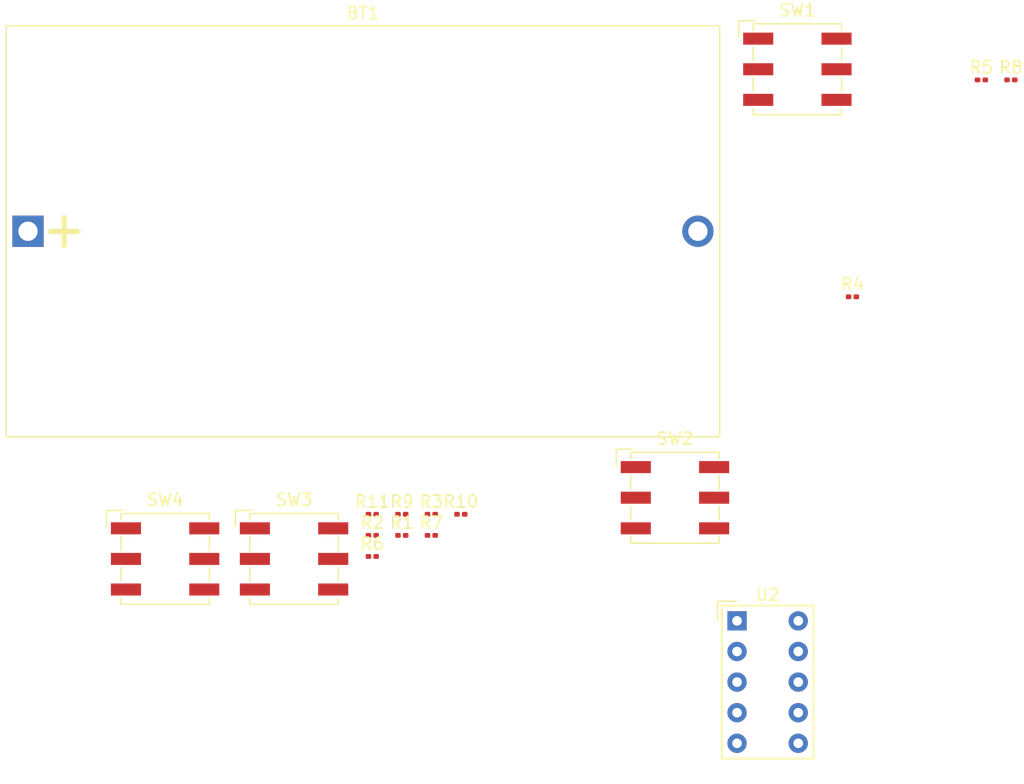
<source format=kicad_pcb>
(kicad_pcb (version 20211014) (generator pcbnew)
  (layers (0 "F.Cu" signal) (31 "B.Cu" signal) (34 "B.Paste" user) (35 "F.Paste" user) (36 "B.SilkS" user "B.Silkscreen") (37 "F.SilkS" user "F.Silkscreen") (38 "B.Mask" user) (39 "F.Mask" user) (44 "Edge.Cuts" user))
  (net 0 "")
  (net 1 "Net-(BT1-Pad2)")
  (net 2 "Net-(R10-Pad2)")
  (net 3 "Net-(R11-Pad2)")
  (net 4 "Net-(R9-Pad2)")
  (net 5 "Net-(R8-Pad2)")
  (net 6 "Net-(R7-Pad2)")
  (net 7 "Net-(R6-Pad2)")
  (net 8 "Net-(R5-Pad2)")
  (net 9 "Net-(BT1-Pad1)")
  (net 10 "Net-(SW1-Pad1)")
  (net 11 "Net-(SW2-Pad1)")
  (net 12 "Net-(SW3-Pad1)")
  (net 13 "Net-(SW4-Pad1)")
  (net 14 "Net-(R5-Pad1)")
  (net 15 "Net-(R6-Pad1)")
  (net 16 "Net-(R7-Pad1)")
  (net 17 "Net-(R8-Pad1)")
  (net 18 "Net-(R9-Pad1)")
  (net 19 "Net-(R10-Pad1)")
  (net 20 "Net-(R11-Pad1)")
  (footprint "Button_Switch_SMD:Nidec_Copal_SH-7010A" (layer "F.Cu") (at 171.585 139.7)
    (fp_text reference "SW3" (at 0 -4.9) (layer "F.SilkS"))
    (fp_text value "SW_Push")
    (fp_line (start 3.67 -3.77) (end 3.67 -3.24) (layer "F.SilkS") (width 0.12))
    (fp_line (start -3.67 -3.24) (end -3.67 -3.77) (layer "F.SilkS") (width 0.12))
    (fp_line (start -4.87 -2.65) (end -4.87 -4.02) (layer "F.SilkS") (width 0.12))
    (fp_line (start -3.67 -3.77) (end 3.67 -3.77) (layer "F.SilkS") (width 0.12))
    (fp_line (start -3.67 -1.84) (end -3.67 -0.7) (layer "F.SilkS") (width 0.12))
    (fp_line (start -4.87 -4.02) (end -3.5 -4.02) (layer "F.SilkS") (width 0.12))
    (fp_line (start 3.67 0.7) (end 3.67 1.84) (layer "F.SilkS") (width 0.12))
    (fp_line (start -3.67 3.77) (end 3.67 3.77) (layer "F.SilkS") (width 0.12))
    (fp_line (start -3.67 0.7) (end -3.67 1.84) (layer "F.SilkS") (width 0.12))
    (fp_line (start 3.67 -1.84) (end 3.67 -0.7) (layer "F.SilkS") (width 0.12))
    (fp_line (start 3.67 3.77) (end 3.67 3.24) (layer "F.SilkS") (width 0.12))
    (fp_line (start -3.67 3.24) (end -3.67 3.77) (layer "F.SilkS") (width 0.12))
    (pad "1" smd rect (at -3.25 -2.54) (size 2.5 1) (layers "F.Cu" "F.Paste" "F.Mask") (net 12 "Net-(SW3-Pad1)"))
    (pad "2" smd rect (at 3.25 2.54) (size 2.5 1) (layers "F.Cu" "F.Paste" "F.Mask") (net 9 "Net-(BT1-Pad1)"))
    (pad "4" smd rect (at -3.25 2.54) (size 2.5 1) (layers "F.Cu" "F.Paste" "F.Mask"))
    (pad "8" smd rect (at 3.25 -2.54) (size 2.5 1) (layers "F.Cu" "F.Paste" "F.Mask"))
    (pad "C" smd rect (at 3.25 0) (size 2.5 1) (layers "F.Cu" "F.Paste" "F.Mask"))
    (pad "C" smd rect (at -3.25 0) (size 2.5 1) (layers "F.Cu" "F.Paste" "F.Mask"))
  )
  (footprint "Resistor_SMD:R_0201_0603Metric" (layer "F.Cu") (at 182.98 137.745)
    (fp_text reference "R7" (at 0 -1.05) (layer "F.SilkS"))
    (fp_text value "R")
    (pad "1" smd roundrect (at -0.32 0) (size 0.46 0.4) (layers "F.Cu" "F.Mask") (net 16 "Net-(R7-Pad1)"))
    (pad "2" smd roundrect (at 0.32 0) (size 0.46 0.4) (layers "F.Cu" "F.Mask") (net 6 "Net-(R7-Pad2)"))
  )
  (footprint "Resistor_SMD:R_0201_0603Metric" (layer "F.Cu") (at 180.53 135.995)
    (fp_text reference "R9" (at 0 -1.05) (layer "F.SilkS"))
    (fp_text value "R")
    (pad "1" smd roundrect (at -0.32 0) (size 0.46 0.4) (layers "F.Cu" "F.Mask") (net 18 "Net-(R9-Pad1)"))
    (pad "2" smd roundrect (at 0.32 0) (size 0.46 0.4) (layers "F.Cu" "F.Mask") (net 4 "Net-(R9-Pad2)"))
  )
  (footprint "Resistor_SMD:R_0201_0603Metric" (layer "F.Cu") (at 217.93 117.945)
    (fp_text reference "R4" (at 0 -1.05) (layer "F.SilkS"))
    (fp_text value "R")
    (pad "1" smd roundrect (at -0.32 0) (size 0.46 0.4) (layers "F.Cu" "F.Mask") (net 1 "Net-(BT1-Pad2)"))
    (pad "2" smd roundrect (at 0.32 0) (size 0.46 0.4) (layers "F.Cu" "F.Mask") (net 13 "Net-(SW4-Pad1)"))
  )
  (footprint "Resistor_SMD:R_0201_0603Metric" (layer "F.Cu") (at 178.08 139.495)
    (fp_text reference "R6" (at 0 -1.05) (layer "F.SilkS"))
    (fp_text value "R")
    (pad "1" smd roundrect (at -0.32 0) (size 0.46 0.4) (layers "F.Cu" "F.Mask") (net 15 "Net-(R6-Pad1)"))
    (pad "2" smd roundrect (at 0.32 0) (size 0.46 0.4) (layers "F.Cu" "F.Mask") (net 7 "Net-(R6-Pad2)"))
  )
  (footprint "Display_7Segment:HDSP-7401" (layer "F.Cu") (at 208.3525 144.8425)
    (fp_text reference "U2" (at 2.54 -2.159) (layer "F.SilkS"))
    (fp_text value "HDSP-7403")
    (fp_line (start -1.63 -1.63) (end 0 -1.63) (layer "F.SilkS") (width 0.12))
    (fp_line (start -1.27 11.43) (end 6.35 11.43) (layer "F.SilkS") (width 0.15))
    (fp_line (start -1.63 0) (end -1.63 -1.63) (layer "F.SilkS") (width 0.12))
    (fp_line (start 6.35 -1.27) (end -1.27 -1.27) (layer "F.SilkS") (width 0.15))
    (fp_line (start 6.35 11.43) (end 6.35 -1.27) (layer "F.SilkS") (width 0.15))
    (fp_line (start -1.27 -1.27) (end -1.27 11.43) (layer "F.SilkS") (width 0.15))
    (pad "1" thru_hole rect (at 0 0) (size 1.6 1.6) (drill 0.8) (layers *.Cu *.Mask) (net 1 "Net-(BT1-Pad2)"))
    (pad "2" thru_hole circle (at 0 2.54) (size 1.6 1.6) (drill 0.8) (layers *.Cu *.Mask) (net 2 "Net-(R10-Pad2)"))
    (pad "3" thru_hole circle (at 0 5.08) (size 1.6 1.6) (drill 0.8) (layers *.Cu *.Mask) (net 3 "Net-(R11-Pad2)"))
    (pad "4" thru_hole circle (at 0 7.62) (size 1.6 1.6) (drill 0.8) (layers *.Cu *.Mask) (net 4 "Net-(R9-Pad2)"))
    (pad "5" thru_hole circle (at 0 10.16) (size 1.6 1.6) (drill 0.8) (layers *.Cu *.Mask) (net 5 "Net-(R8-Pad2)"))
    (pad "6" thru_hole circle (at 5.08 10.16) (size 1.6 1.6) (drill 0.8) (layers *.Cu *.Mask) (net 1 "Net-(BT1-Pad2)"))
    (pad "7" thru_hole circle (at 5.08 7.62) (size 1.6 1.6) (drill 0.8) (layers *.Cu *.Mask) (net 1 "Net-(BT1-Pad2)"))
    (pad "8" thru_hole circle (at 5.08 5.08) (size 1.6 1.6) (drill 0.8) (layers *.Cu *.Mask) (net 6 "Net-(R7-Pad2)"))
    (pad "9" thru_hole circle (at 5.08 2.54) (size 1.6 1.6) (drill 0.8) (layers *.Cu *.Mask) (net 7 "Net-(R6-Pad2)"))
    (pad "10" thru_hole circle (at 5.08 0) (size 1.6 1.6) (drill 0.8) (layers *.Cu *.Mask) (net 8 "Net-(R5-Pad2)"))
  )
  (footprint "Resistor_SMD:R_0201_0603Metric" (layer "F.Cu") (at 228.63 99.945)
    (fp_text reference "R5" (at 0 -1.05) (layer "F.SilkS"))
    (fp_text value "R")
    (pad "1" smd roundrect (at -0.32 0) (size 0.46 0.4) (layers "F.Cu" "F.Mask") (net 14 "Net-(R5-Pad1)"))
    (pad "2" smd roundrect (at 0.32 0) (size 0.46 0.4) (layers "F.Cu" "F.Mask") (net 8 "Net-(R5-Pad2)"))
  )
  (footprint "Button_Switch_SMD:Nidec_Copal_SH-7010A" (layer "F.Cu") (at 160.885 139.7)
    (fp_text reference "SW4" (at 0 -4.9) (layer "F.SilkS"))
    (fp_text value "SW_Push")
    (fp_line (start 3.67 3.77) (end 3.67 3.24) (layer "F.SilkS") (width 0.12))
    (fp_line (start -3.67 3.24) (end -3.67 3.77) (layer "F.SilkS") (width 0.12))
    (fp_line (start 3.67 0.7) (end 3.67 1.84) (layer "F.SilkS") (width 0.12))
    (fp_line (start 3.67 -1.84) (end 3.67 -0.7) (layer "F.SilkS") (width 0.12))
    (fp_line (start -4.87 -2.65) (end -4.87 -4.02) (layer "F.SilkS") (width 0.12))
    (fp_line (start -3.67 -3.77) (end 3.67 -3.77) (layer "F.SilkS") (width 0.12))
    (fp_line (start -3.67 3.77) (end 3.67 3.77) (layer "F.SilkS") (width 0.12))
    (fp_line (start 3.67 -3.77) (end 3.67 -3.24) (layer "F.SilkS") (width 0.12))
    (fp_line (start -4.87 -4.02) (end -3.5 -4.02) (layer "F.SilkS") (width 0.12))
    (fp_line (start -3.67 -3.24) (end -3.67 -3.77) (layer "F.SilkS") (width 0.12))
    (fp_line (start -3.67 0.7) (end -3.67 1.84) (layer "F.SilkS") (width 0.12))
    (fp_line (start -3.67 -1.84) (end -3.67 -0.7) (layer "F.SilkS") (width 0.12))
    (pad "1" smd rect (at -3.25 -2.54) (size 2.5 1) (layers "F.Cu" "F.Paste" "F.Mask") (net 13 "Net-(SW4-Pad1)"))
    (pad "2" smd rect (at 3.25 2.54) (size 2.5 1) (layers "F.Cu" "F.Paste" "F.Mask") (net 9 "Net-(BT1-Pad1)"))
    (pad "4" smd rect (at -3.25 2.54) (size 2.5 1) (layers "F.Cu" "F.Paste" "F.Mask"))
    (pad "8" smd rect (at 3.25 -2.54) (size 2.5 1) (layers "F.Cu" "F.Paste" "F.Mask"))
    (pad "C" smd rect (at -3.25 0) (size 2.5 1) (layers "F.Cu" "F.Paste" "F.Mask"))
    (pad "C" smd rect (at 3.25 0) (size 2.5 1) (layers "F.Cu" "F.Paste" "F.Mask"))
  )
  (footprint "Button_Switch_SMD:Nidec_Copal_SH-7010A" (layer "F.Cu") (at 203.2 134.62)
    (fp_text reference "SW2" (at 0 -4.9) (layer "F.SilkS"))
    (fp_text value "SW_Push")
    (fp_line (start -3.67 3.24) (end -3.67 3.77) (layer "F.SilkS") (width 0.12))
    (fp_line (start -3.67 -3.24) (end -3.67 -3.77) (layer "F.SilkS") (width 0.12))
    (fp_line (start -3.67 -3.77) (end 3.67 -3.77) (layer "F.SilkS") (width 0.12))
    (fp_line (start -3.67 -1.84) (end -3.67 -0.7) (layer "F.SilkS") (width 0.12))
    (fp_line (start -3.67 0.7) (end -3.67 1.84) (layer "F.SilkS") (width 0.12))
    (fp_line (start -3.67 3.77) (end 3.67 3.77) (layer "F.SilkS") (width 0.12))
    (fp_line (start -4.87 -2.65) (end -4.87 -4.02) (layer "F.SilkS") (width 0.12))
    (fp_line (start 3.67 0.7) (end 3.67 1.84) (layer "F.SilkS") (width 0.12))
    (fp_line (start 3.67 3.77) (end 3.67 3.24) (layer "F.SilkS") (width 0.12))
    (fp_line (start 3.67 -1.84) (end 3.67 -0.7) (layer "F.SilkS") (width 0.12))
    (fp_line (start -4.87 -4.02) (end -3.5 -4.02) (layer "F.SilkS") (width 0.12))
    (fp_line (start 3.67 -3.77) (end 3.67 -3.24) (layer "F.SilkS") (width 0.12))
    (pad "1" smd rect (at -3.25 -2.54) (size 2.5 1) (layers "F.Cu" "F.Paste" "F.Mask") (net 11 "Net-(SW2-Pad1)"))
    (pad "2" smd rect (at 3.25 2.54) (size 2.5 1) (layers "F.Cu" "F.Paste" "F.Mask") (net 9 "Net-(BT1-Pad1)"))
    (pad "4" smd rect (at -3.25 2.54) (size 2.5 1) (layers "F.Cu" "F.Paste" "F.Mask"))
    (pad "8" smd rect (at 3.25 -2.54) (size 2.5 1) (layers "F.Cu" "F.Paste" "F.Mask"))
    (pad "C" smd rect (at -3.25 0) (size 2.5 1) (layers "F.Cu" "F.Paste" "F.Mask"))
    (pad "C" smd rect (at 3.25 0) (size 2.5 1) (layers "F.Cu" "F.Paste" "F.Mask"))
  )
  (footprint "Resistor_SMD:R_0201_0603Metric" (layer "F.Cu") (at 180.53 137.745)
    (fp_text reference "R1" (at 0 -1.05) (layer "F.SilkS"))
    (fp_text value "R")
    (pad "1" smd roundrect (at -0.32 0) (size 0.46 0.4) (layers "F.Cu" "F.Mask") (net 1 "Net-(BT1-Pad2)"))
    (pad "2" smd roundrect (at 0.32 0) (size 0.46 0.4) (layers "F.Cu" "F.Mask") (net 10 "Net-(SW1-Pad1)"))
  )
  (footprint "Resistor_SMD:R_0201_0603Metric" (layer "F.Cu") (at 185.43 135.995)
    (fp_text reference "R10" (at 0 -1.05) (layer "F.SilkS"))
    (fp_text value "R")
    (pad "1" smd roundrect (at -0.32 0) (size 0.46 0.4) (layers "F.Cu" "F.Mask") (net 19 "Net-(R10-Pad1)"))
    (pad "2" smd roundrect (at 0.32 0) (size 0.46 0.4) (layers "F.Cu" "F.Mask") (net 2 "Net-(R10-Pad2)"))
  )
  (footprint "Battery:BatteryHolder_Bulgin_BX0036_1xC" (layer "F.Cu") (at 149.505 112.505)
    (fp_text reference "BT1" (at 27.8 -18.1) (layer "F.SilkS"))
    (fp_text value "Battery")
    (fp_text user "+" (at 3 -0.2) (layer "F.SilkS") (effects (font (size 3 3) (thickness 0.45))))
    (fp_line (start -1.81 17.06) (end 57.41 17.06) (layer "F.SilkS") (width 0.12))
    (fp_line (start -1.81 -17.06) (end 57.41 -17.06) (layer "F.SilkS") (width 0.12))
    (fp_line (start 57.41 -17.06) (end 57.41 17.06) (layer "F.SilkS") (width 0.12))
    (fp_line (start -1.81 -17.06) (end -1.81 17.06) (layer "F.SilkS") (width 0.12))
    (pad "" np_thru_hole circle (at 43.7 0) (size 3.8 3.8) (drill 3.8) (layers *.Cu *.Mask))
    (pad "" np_thru_hole circle (at 11.9 0) (size 3.8 3.8) (drill 3.8) (layers *.Cu *.Mask))
    (pad "1" thru_hole rect (at 0 0) (size 2.6 2.6) (drill 1.6) (layers *.Cu *.Mask) (net 9 "Net-(BT1-Pad1)"))
    (pad "2" thru_hole circle (at 55.6 0) (size 2.6 2.6) (drill 1.6) (layers *.Cu *.Mask) (net 1 "Net-(BT1-Pad2)"))
  )
  (footprint "Resistor_SMD:R_0201_0603Metric" (layer "F.Cu") (at 178.08 137.745)
    (fp_text reference "R2" (at 0 -1.05) (layer "F.SilkS"))
    (fp_text value "R")
    (pad "1" smd roundrect (at -0.32 0) (size 0.46 0.4) (layers "F.Cu" "F.Mask") (net 1 "Net-(BT1-Pad2)"))
    (pad "2" smd roundrect (at 0.32 0) (size 0.46 0.4) (layers "F.Cu" "F.Mask") (net 11 "Net-(SW2-Pad1)"))
  )
  (footprint "Resistor_SMD:R_0201_0603Metric" (layer "F.Cu") (at 231.08 99.945)
    (fp_text reference "R8" (at 0 -1.05) (layer "F.SilkS"))
    (fp_text value "R")
    (pad "1" smd roundrect (at -0.32 0) (size 0.46 0.4) (layers "F.Cu" "F.Mask") (net 17 "Net-(R8-Pad1)"))
    (pad "2" smd roundrect (at 0.32 0) (size 0.46 0.4) (layers "F.Cu" "F.Mask") (net 5 "Net-(R8-Pad2)"))
  )
  (footprint "Resistor_SMD:R_0201_0603Metric" (layer "F.Cu") (at 178.08 135.995)
    (fp_text reference "R11" (at 0 -1.05) (layer "F.SilkS"))
    (fp_text value "R")
    (pad "1" smd roundrect (at -0.32 0) (size 0.46 0.4) (layers "F.Cu" "F.Mask") (net 20 "Net-(R11-Pad1)"))
    (pad "2" smd roundrect (at 0.32 0) (size 0.46 0.4) (layers "F.Cu" "F.Mask") (net 3 "Net-(R11-Pad2)"))
  )
  (footprint "Resistor_SMD:R_0201_0603Metric" (layer "F.Cu") (at 182.98 135.995)
    (fp_text reference "R3" (at 0 -1.05) (layer "F.SilkS"))
    (fp_text value "R")
    (pad "1" smd roundrect (at -0.32 0) (size 0.46 0.4) (layers "F.Cu" "F.Mask") (net 1 "Net-(BT1-Pad2)"))
    (pad "2" smd roundrect (at 0.32 0) (size 0.46 0.4) (layers "F.Cu" "F.Mask") (net 12 "Net-(SW3-Pad1)"))
  )
  (footprint "Button_Switch_SMD:Nidec_Copal_SH-7010A" (layer "F.Cu") (at 213.36 99.06)
    (fp_text reference "SW1" (at 0 -4.9) (layer "F.SilkS"))
    (fp_text value "SW_Push")
    (fp_line (start -3.67 0.7) (end -3.67 1.84) (layer "F.SilkS") (width 0.12))
    (fp_line (start -4.87 -4.02) (end -3.5 -4.02) (layer "F.SilkS") (width 0.12))
    (fp_line (start 3.67 -3.77) (end 3.67 -3.24) (layer "F.SilkS") (width 0.12))
    (fp_line (start -4.87 -2.65) (end -4.87 -4.02) (layer "F.SilkS") (width 0.12))
    (fp_line (start 3.67 3.77) (end 3.67 3.24) (layer "F.SilkS") (width 0.12))
    (fp_line (start -3.67 3.24) (end -3.67 3.77) (layer "F.SilkS") (width 0.12))
    (fp_line (start 3.67 0.7) (end 3.67 1.84) (layer "F.SilkS") (width 0.12))
    (fp_line (start 3.67 -1.84) (end 3.67 -0.7) (layer "F.SilkS") (width 0.12))
    (fp_line (start -3.67 -3.24) (end -3.67 -3.77) (layer "F.SilkS") (width 0.12))
    (fp_line (start -3.67 3.77) (end 3.67 3.77) (layer "F.SilkS") (width 0.12))
    (fp_line (start -3.67 -3.77) (end 3.67 -3.77) (layer "F.SilkS") (width 0.12))
    (fp_line (start -3.67 -1.84) (end -3.67 -0.7) (layer "F.SilkS") (width 0.12))
    (pad "1" smd rect (at -3.25 -2.54) (size 2.5 1) (layers "F.Cu" "F.Paste" "F.Mask") (net 10 "Net-(SW1-Pad1)"))
    (pad "2" smd rect (at 3.25 2.54) (size 2.5 1) (layers "F.Cu" "F.Paste" "F.Mask") (net 9 "Net-(BT1-Pad1)"))
    (pad "4" smd rect (at -3.25 2.54) (size 2.5 1) (layers "F.Cu" "F.Paste" "F.Mask"))
    (pad "8" smd rect (at 3.25 -2.54) (size 2.5 1) (layers "F.Cu" "F.Paste" "F.Mask"))
    (pad "C" smd rect (at -3.25 0) (size 2.5 1) (layers "F.Cu" "F.Paste" "F.Mask"))
    (pad "C" smd rect (at 3.25 0) (size 2.5 1) (layers "F.Cu" "F.Paste" "F.Mask"))
  )
)
</source>
